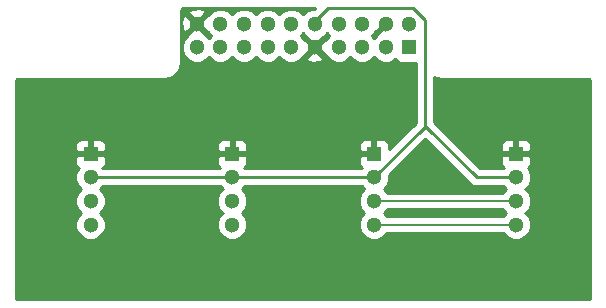
<source format=gbl>
G04 (created by PCBNEW (2013-may-18)-stable) date Sun 16 Aug 2015 06:42:24 PM CST*
%MOIN*%
G04 Gerber Fmt 3.4, Leading zero omitted, Abs format*
%FSLAX34Y34*%
G01*
G70*
G90*
G04 APERTURE LIST*
%ADD10C,0.00590551*%
%ADD11R,0.0511811X0.0511811*%
%ADD12C,0.0511811*%
%ADD13C,0.023622*%
%ADD14C,0.01*%
%ADD15C,0.006*%
G04 APERTURE END LIST*
G54D10*
G54D11*
X88976Y-61811D03*
G54D12*
X88976Y-62598D03*
X88976Y-63385D03*
X88976Y-64173D03*
G54D11*
X93700Y-61811D03*
G54D12*
X93700Y-62598D03*
X93700Y-63385D03*
X93700Y-64173D03*
G54D11*
X84251Y-61811D03*
G54D12*
X84251Y-62598D03*
X84251Y-63385D03*
X84251Y-64173D03*
G54D11*
X79527Y-61811D03*
G54D12*
X79527Y-62598D03*
X79527Y-63385D03*
X79527Y-64173D03*
G54D11*
X90157Y-58267D03*
G54D12*
X90157Y-57480D03*
X89370Y-58267D03*
X89370Y-57480D03*
X88582Y-58267D03*
X88582Y-57480D03*
X87795Y-58267D03*
X87795Y-57480D03*
X87007Y-58267D03*
X87007Y-57480D03*
X86220Y-58267D03*
X86220Y-57480D03*
X85433Y-58267D03*
X85433Y-57480D03*
X84645Y-58267D03*
X84645Y-57480D03*
X83858Y-58267D03*
X83858Y-57480D03*
X83070Y-58267D03*
X83070Y-57480D03*
G54D13*
X91732Y-64960D03*
X91732Y-62795D03*
X91732Y-63779D03*
X86811Y-65748D03*
X82283Y-65118D03*
X86181Y-61102D03*
X82440Y-61811D03*
G54D14*
X90669Y-60905D02*
X90708Y-60905D01*
X92401Y-62598D02*
X93700Y-62598D01*
X90708Y-60905D02*
X92401Y-62598D01*
X87007Y-57480D02*
X87007Y-57401D01*
X90669Y-60905D02*
X88976Y-62598D01*
X90669Y-57362D02*
X90669Y-60905D01*
X90275Y-56968D02*
X90669Y-57362D01*
X87440Y-56968D02*
X90275Y-56968D01*
X87007Y-57401D02*
X87440Y-56968D01*
X79527Y-62598D02*
X84251Y-62598D01*
X84251Y-62598D02*
X88976Y-62598D01*
G54D15*
X88976Y-64173D02*
X93700Y-64173D01*
X88976Y-63385D02*
X93700Y-63385D01*
G54D14*
X84251Y-61811D02*
X85472Y-61811D01*
X85472Y-61811D02*
X86181Y-61102D01*
X84251Y-61811D02*
X82440Y-61811D01*
G54D10*
G36*
X89446Y-57485D02*
X89375Y-57556D01*
X89370Y-57551D01*
X89086Y-57834D01*
X89087Y-57837D01*
X89083Y-57838D01*
X88976Y-57945D01*
X88904Y-57873D01*
X89011Y-57767D01*
X89013Y-57762D01*
X89016Y-57763D01*
X89299Y-57480D01*
X89293Y-57474D01*
X89364Y-57404D01*
X89370Y-57409D01*
X89375Y-57404D01*
X89446Y-57474D01*
X89440Y-57480D01*
X89446Y-57485D01*
X89446Y-57485D01*
G37*
G54D14*
X89446Y-57485D02*
X89375Y-57556D01*
X89370Y-57551D01*
X89086Y-57834D01*
X89087Y-57837D01*
X89083Y-57838D01*
X88976Y-57945D01*
X88904Y-57873D01*
X89011Y-57767D01*
X89013Y-57762D01*
X89016Y-57763D01*
X89299Y-57480D01*
X89293Y-57474D01*
X89364Y-57404D01*
X89370Y-57409D01*
X89375Y-57404D01*
X89446Y-57474D01*
X89440Y-57480D01*
X89446Y-57485D01*
G54D10*
G36*
X93379Y-62992D02*
X93272Y-63098D01*
X93269Y-63105D01*
X89408Y-63105D01*
X89405Y-63099D01*
X89298Y-62992D01*
X89405Y-62885D01*
X89482Y-62699D01*
X89482Y-62516D01*
X90688Y-61310D01*
X92189Y-62810D01*
X92189Y-62810D01*
X92286Y-62875D01*
X92401Y-62898D01*
X93285Y-62898D01*
X93379Y-62992D01*
X93379Y-62992D01*
G37*
G54D14*
X93379Y-62992D02*
X93272Y-63098D01*
X93269Y-63105D01*
X89408Y-63105D01*
X89405Y-63099D01*
X89298Y-62992D01*
X89405Y-62885D01*
X89482Y-62699D01*
X89482Y-62516D01*
X90688Y-61310D01*
X92189Y-62810D01*
X92189Y-62810D01*
X92286Y-62875D01*
X92401Y-62898D01*
X93285Y-62898D01*
X93379Y-62992D01*
G54D10*
G36*
X93379Y-63779D02*
X93272Y-63886D01*
X93269Y-63893D01*
X89408Y-63893D01*
X89405Y-63887D01*
X89298Y-63779D01*
X89405Y-63672D01*
X89407Y-63665D01*
X93269Y-63665D01*
X93271Y-63672D01*
X93379Y-63779D01*
X93379Y-63779D01*
G37*
G54D14*
X93379Y-63779D02*
X93272Y-63886D01*
X93269Y-63893D01*
X89408Y-63893D01*
X89405Y-63887D01*
X89298Y-63779D01*
X89405Y-63672D01*
X89407Y-63665D01*
X93269Y-63665D01*
X93271Y-63672D01*
X93379Y-63779D01*
G54D10*
G36*
X96187Y-66587D02*
X96178Y-66629D01*
X96170Y-66642D01*
X96156Y-66651D01*
X96115Y-66659D01*
X77113Y-66659D01*
X77071Y-66651D01*
X77058Y-66642D01*
X77049Y-66629D01*
X77041Y-66587D01*
X77041Y-59396D01*
X77049Y-59355D01*
X77058Y-59341D01*
X77071Y-59333D01*
X77113Y-59324D01*
X81968Y-59324D01*
X81994Y-59319D01*
X82020Y-59319D01*
X82141Y-59295D01*
X82238Y-59255D01*
X82239Y-59255D01*
X82239Y-59255D01*
X82340Y-59187D01*
X82340Y-59187D01*
X82415Y-59112D01*
X82483Y-59010D01*
X82524Y-58913D01*
X82524Y-58913D01*
X82524Y-58913D01*
X82547Y-58792D01*
X82547Y-58766D01*
X82553Y-58740D01*
X82553Y-57034D01*
X82561Y-56992D01*
X82570Y-56979D01*
X82582Y-56971D01*
X82625Y-56962D01*
X87022Y-56962D01*
X87010Y-56974D01*
X86907Y-56974D01*
X86721Y-57051D01*
X86614Y-57158D01*
X86507Y-57051D01*
X86321Y-56974D01*
X86120Y-56974D01*
X85934Y-57051D01*
X85826Y-57158D01*
X85720Y-57051D01*
X85534Y-56974D01*
X85332Y-56974D01*
X85146Y-57051D01*
X85039Y-57158D01*
X84932Y-57051D01*
X84746Y-56974D01*
X84545Y-56974D01*
X84359Y-57051D01*
X84251Y-57158D01*
X84145Y-57051D01*
X83959Y-56974D01*
X83758Y-56974D01*
X83572Y-57051D01*
X83429Y-57193D01*
X83427Y-57197D01*
X83424Y-57197D01*
X83354Y-57267D01*
X83354Y-57126D01*
X83332Y-57035D01*
X83142Y-56969D01*
X82941Y-56981D01*
X82809Y-57035D01*
X82787Y-57126D01*
X83070Y-57409D01*
X83354Y-57126D01*
X83354Y-57267D01*
X83141Y-57480D01*
X83424Y-57763D01*
X83427Y-57762D01*
X83429Y-57766D01*
X83536Y-57874D01*
X83464Y-57945D01*
X83357Y-57839D01*
X83353Y-57837D01*
X83354Y-57834D01*
X83070Y-57551D01*
X83000Y-57621D01*
X83000Y-57480D01*
X82716Y-57197D01*
X82626Y-57219D01*
X82559Y-57409D01*
X82571Y-57610D01*
X82626Y-57741D01*
X82716Y-57763D01*
X83000Y-57480D01*
X83000Y-57621D01*
X82787Y-57834D01*
X82788Y-57837D01*
X82784Y-57838D01*
X82642Y-57980D01*
X82565Y-58166D01*
X82564Y-58367D01*
X82641Y-58553D01*
X82783Y-58696D01*
X82969Y-58773D01*
X83171Y-58773D01*
X83357Y-58696D01*
X83464Y-58589D01*
X83571Y-58696D01*
X83757Y-58773D01*
X83958Y-58773D01*
X84144Y-58696D01*
X84252Y-58589D01*
X84358Y-58696D01*
X84544Y-58773D01*
X84745Y-58773D01*
X84931Y-58696D01*
X85039Y-58589D01*
X85146Y-58696D01*
X85331Y-58773D01*
X85533Y-58773D01*
X85719Y-58696D01*
X85826Y-58589D01*
X85933Y-58696D01*
X86119Y-58773D01*
X86320Y-58773D01*
X86506Y-58696D01*
X86649Y-58554D01*
X86650Y-58550D01*
X86653Y-58550D01*
X86937Y-58267D01*
X86653Y-57984D01*
X86651Y-57985D01*
X86649Y-57981D01*
X86542Y-57873D01*
X86614Y-57802D01*
X86720Y-57908D01*
X86725Y-57910D01*
X86724Y-57913D01*
X87007Y-58197D01*
X87291Y-57913D01*
X87290Y-57910D01*
X87294Y-57909D01*
X87401Y-57802D01*
X87473Y-57874D01*
X87366Y-57980D01*
X87364Y-57985D01*
X87361Y-57984D01*
X87078Y-58267D01*
X87361Y-58550D01*
X87364Y-58550D01*
X87366Y-58553D01*
X87508Y-58696D01*
X87694Y-58773D01*
X87895Y-58773D01*
X88081Y-58696D01*
X88189Y-58589D01*
X88295Y-58696D01*
X88481Y-58773D01*
X88682Y-58773D01*
X88868Y-58696D01*
X88976Y-58589D01*
X89083Y-58696D01*
X89269Y-58773D01*
X89470Y-58773D01*
X89656Y-58696D01*
X89689Y-58664D01*
X89689Y-58665D01*
X89759Y-58735D01*
X89851Y-58773D01*
X89951Y-58773D01*
X90369Y-58773D01*
X90369Y-60781D01*
X89482Y-61668D01*
X89482Y-61505D01*
X89444Y-61413D01*
X89374Y-61343D01*
X89282Y-61305D01*
X89182Y-61305D01*
X89088Y-61305D01*
X89026Y-61367D01*
X89026Y-61761D01*
X89034Y-61761D01*
X89034Y-61861D01*
X89026Y-61861D01*
X89026Y-61868D01*
X88926Y-61868D01*
X88926Y-61861D01*
X88926Y-61761D01*
X88926Y-61367D01*
X88863Y-61305D01*
X88769Y-61305D01*
X88670Y-61305D01*
X88578Y-61343D01*
X88508Y-61413D01*
X88470Y-61505D01*
X88470Y-61698D01*
X88532Y-61761D01*
X88926Y-61761D01*
X88926Y-61861D01*
X88532Y-61861D01*
X88470Y-61923D01*
X88470Y-62116D01*
X88508Y-62208D01*
X88578Y-62278D01*
X88579Y-62279D01*
X88560Y-62298D01*
X87291Y-62298D01*
X87291Y-58621D01*
X87007Y-58338D01*
X86724Y-58621D01*
X86746Y-58712D01*
X86936Y-58778D01*
X87137Y-58766D01*
X87269Y-58712D01*
X87291Y-58621D01*
X87291Y-62298D01*
X84667Y-62298D01*
X84648Y-62279D01*
X84649Y-62278D01*
X84719Y-62208D01*
X84757Y-62116D01*
X84757Y-61505D01*
X84719Y-61413D01*
X84649Y-61343D01*
X84557Y-61305D01*
X84458Y-61305D01*
X84364Y-61305D01*
X84301Y-61367D01*
X84301Y-61761D01*
X84695Y-61761D01*
X84757Y-61698D01*
X84757Y-61505D01*
X84757Y-62116D01*
X84757Y-61923D01*
X84695Y-61861D01*
X84301Y-61861D01*
X84301Y-61868D01*
X84201Y-61868D01*
X84201Y-61861D01*
X84201Y-61761D01*
X84201Y-61367D01*
X84139Y-61305D01*
X84045Y-61305D01*
X83946Y-61305D01*
X83854Y-61343D01*
X83783Y-61413D01*
X83746Y-61505D01*
X83746Y-61698D01*
X83808Y-61761D01*
X84201Y-61761D01*
X84201Y-61861D01*
X83808Y-61861D01*
X83746Y-61923D01*
X83746Y-62116D01*
X83783Y-62208D01*
X83854Y-62278D01*
X83855Y-62279D01*
X83836Y-62298D01*
X79942Y-62298D01*
X79923Y-62279D01*
X79925Y-62278D01*
X79995Y-62208D01*
X80033Y-62116D01*
X80033Y-61505D01*
X79995Y-61413D01*
X79925Y-61343D01*
X79833Y-61305D01*
X79733Y-61305D01*
X79640Y-61305D01*
X79577Y-61367D01*
X79577Y-61761D01*
X79970Y-61761D01*
X80033Y-61698D01*
X80033Y-61505D01*
X80033Y-62116D01*
X80033Y-61923D01*
X79970Y-61861D01*
X79577Y-61861D01*
X79577Y-61868D01*
X79477Y-61868D01*
X79477Y-61861D01*
X79477Y-61761D01*
X79477Y-61367D01*
X79415Y-61305D01*
X79321Y-61305D01*
X79221Y-61305D01*
X79129Y-61343D01*
X79059Y-61413D01*
X79021Y-61505D01*
X79021Y-61698D01*
X79084Y-61761D01*
X79477Y-61761D01*
X79477Y-61861D01*
X79084Y-61861D01*
X79021Y-61923D01*
X79021Y-62116D01*
X79059Y-62208D01*
X79129Y-62278D01*
X79131Y-62279D01*
X79098Y-62311D01*
X79021Y-62497D01*
X79021Y-62698D01*
X79098Y-62884D01*
X79205Y-62992D01*
X79098Y-63098D01*
X79021Y-63284D01*
X79021Y-63486D01*
X79098Y-63672D01*
X79205Y-63779D01*
X79098Y-63886D01*
X79021Y-64072D01*
X79021Y-64273D01*
X79098Y-64459D01*
X79240Y-64601D01*
X79426Y-64679D01*
X79627Y-64679D01*
X79813Y-64602D01*
X79956Y-64460D01*
X80033Y-64274D01*
X80033Y-64073D01*
X79956Y-63887D01*
X79849Y-63779D01*
X79956Y-63672D01*
X80033Y-63486D01*
X80033Y-63285D01*
X79956Y-63099D01*
X79849Y-62992D01*
X79943Y-62898D01*
X83836Y-62898D01*
X83930Y-62992D01*
X83823Y-63098D01*
X83746Y-63284D01*
X83745Y-63486D01*
X83822Y-63672D01*
X83930Y-63779D01*
X83823Y-63886D01*
X83746Y-64072D01*
X83745Y-64273D01*
X83822Y-64459D01*
X83965Y-64601D01*
X84150Y-64679D01*
X84352Y-64679D01*
X84538Y-64602D01*
X84680Y-64460D01*
X84757Y-64274D01*
X84757Y-64073D01*
X84681Y-63887D01*
X84573Y-63779D01*
X84680Y-63672D01*
X84757Y-63486D01*
X84757Y-63285D01*
X84681Y-63099D01*
X84573Y-62992D01*
X84667Y-62898D01*
X88561Y-62898D01*
X88654Y-62992D01*
X88547Y-63098D01*
X88470Y-63284D01*
X88470Y-63486D01*
X88547Y-63672D01*
X88654Y-63779D01*
X88547Y-63886D01*
X88470Y-64072D01*
X88470Y-64273D01*
X88547Y-64459D01*
X88689Y-64601D01*
X88875Y-64679D01*
X89076Y-64679D01*
X89262Y-64602D01*
X89405Y-64460D01*
X89407Y-64453D01*
X93269Y-64453D01*
X93271Y-64459D01*
X93413Y-64601D01*
X93599Y-64679D01*
X93800Y-64679D01*
X93986Y-64602D01*
X94129Y-64460D01*
X94206Y-64274D01*
X94206Y-64073D01*
X94129Y-63887D01*
X94022Y-63779D01*
X94129Y-63672D01*
X94206Y-63486D01*
X94206Y-63285D01*
X94129Y-63099D01*
X94022Y-62992D01*
X94129Y-62885D01*
X94206Y-62699D01*
X94206Y-62498D01*
X94129Y-62312D01*
X94097Y-62279D01*
X94098Y-62278D01*
X94168Y-62208D01*
X94206Y-62116D01*
X94206Y-61505D01*
X94168Y-61413D01*
X94098Y-61343D01*
X94006Y-61305D01*
X93907Y-61305D01*
X93813Y-61305D01*
X93750Y-61367D01*
X93750Y-61761D01*
X94144Y-61761D01*
X94206Y-61698D01*
X94206Y-61505D01*
X94206Y-62116D01*
X94206Y-61923D01*
X94144Y-61861D01*
X93750Y-61861D01*
X93750Y-61868D01*
X93650Y-61868D01*
X93650Y-61861D01*
X93650Y-61761D01*
X93650Y-61367D01*
X93588Y-61305D01*
X93494Y-61305D01*
X93394Y-61305D01*
X93303Y-61343D01*
X93232Y-61413D01*
X93194Y-61505D01*
X93194Y-61698D01*
X93257Y-61761D01*
X93650Y-61761D01*
X93650Y-61861D01*
X93257Y-61861D01*
X93194Y-61923D01*
X93194Y-62116D01*
X93232Y-62208D01*
X93303Y-62278D01*
X93304Y-62279D01*
X93285Y-62298D01*
X92525Y-62298D01*
X90969Y-60741D01*
X90969Y-59241D01*
X90989Y-59255D01*
X91086Y-59295D01*
X91086Y-59295D01*
X91086Y-59295D01*
X91207Y-59319D01*
X91233Y-59319D01*
X91259Y-59324D01*
X96115Y-59324D01*
X96156Y-59333D01*
X96170Y-59341D01*
X96178Y-59354D01*
X96187Y-59397D01*
X96187Y-66587D01*
X96187Y-66587D01*
G37*
G54D14*
X96187Y-66587D02*
X96178Y-66629D01*
X96170Y-66642D01*
X96156Y-66651D01*
X96115Y-66659D01*
X77113Y-66659D01*
X77071Y-66651D01*
X77058Y-66642D01*
X77049Y-66629D01*
X77041Y-66587D01*
X77041Y-59396D01*
X77049Y-59355D01*
X77058Y-59341D01*
X77071Y-59333D01*
X77113Y-59324D01*
X81968Y-59324D01*
X81994Y-59319D01*
X82020Y-59319D01*
X82141Y-59295D01*
X82238Y-59255D01*
X82239Y-59255D01*
X82239Y-59255D01*
X82340Y-59187D01*
X82340Y-59187D01*
X82415Y-59112D01*
X82483Y-59010D01*
X82524Y-58913D01*
X82524Y-58913D01*
X82524Y-58913D01*
X82547Y-58792D01*
X82547Y-58766D01*
X82553Y-58740D01*
X82553Y-57034D01*
X82561Y-56992D01*
X82570Y-56979D01*
X82582Y-56971D01*
X82625Y-56962D01*
X87022Y-56962D01*
X87010Y-56974D01*
X86907Y-56974D01*
X86721Y-57051D01*
X86614Y-57158D01*
X86507Y-57051D01*
X86321Y-56974D01*
X86120Y-56974D01*
X85934Y-57051D01*
X85826Y-57158D01*
X85720Y-57051D01*
X85534Y-56974D01*
X85332Y-56974D01*
X85146Y-57051D01*
X85039Y-57158D01*
X84932Y-57051D01*
X84746Y-56974D01*
X84545Y-56974D01*
X84359Y-57051D01*
X84251Y-57158D01*
X84145Y-57051D01*
X83959Y-56974D01*
X83758Y-56974D01*
X83572Y-57051D01*
X83429Y-57193D01*
X83427Y-57197D01*
X83424Y-57197D01*
X83354Y-57267D01*
X83354Y-57126D01*
X83332Y-57035D01*
X83142Y-56969D01*
X82941Y-56981D01*
X82809Y-57035D01*
X82787Y-57126D01*
X83070Y-57409D01*
X83354Y-57126D01*
X83354Y-57267D01*
X83141Y-57480D01*
X83424Y-57763D01*
X83427Y-57762D01*
X83429Y-57766D01*
X83536Y-57874D01*
X83464Y-57945D01*
X83357Y-57839D01*
X83353Y-57837D01*
X83354Y-57834D01*
X83070Y-57551D01*
X83000Y-57621D01*
X83000Y-57480D01*
X82716Y-57197D01*
X82626Y-57219D01*
X82559Y-57409D01*
X82571Y-57610D01*
X82626Y-57741D01*
X82716Y-57763D01*
X83000Y-57480D01*
X83000Y-57621D01*
X82787Y-57834D01*
X82788Y-57837D01*
X82784Y-57838D01*
X82642Y-57980D01*
X82565Y-58166D01*
X82564Y-58367D01*
X82641Y-58553D01*
X82783Y-58696D01*
X82969Y-58773D01*
X83171Y-58773D01*
X83357Y-58696D01*
X83464Y-58589D01*
X83571Y-58696D01*
X83757Y-58773D01*
X83958Y-58773D01*
X84144Y-58696D01*
X84252Y-58589D01*
X84358Y-58696D01*
X84544Y-58773D01*
X84745Y-58773D01*
X84931Y-58696D01*
X85039Y-58589D01*
X85146Y-58696D01*
X85331Y-58773D01*
X85533Y-58773D01*
X85719Y-58696D01*
X85826Y-58589D01*
X85933Y-58696D01*
X86119Y-58773D01*
X86320Y-58773D01*
X86506Y-58696D01*
X86649Y-58554D01*
X86650Y-58550D01*
X86653Y-58550D01*
X86937Y-58267D01*
X86653Y-57984D01*
X86651Y-57985D01*
X86649Y-57981D01*
X86542Y-57873D01*
X86614Y-57802D01*
X86720Y-57908D01*
X86725Y-57910D01*
X86724Y-57913D01*
X87007Y-58197D01*
X87291Y-57913D01*
X87290Y-57910D01*
X87294Y-57909D01*
X87401Y-57802D01*
X87473Y-57874D01*
X87366Y-57980D01*
X87364Y-57985D01*
X87361Y-57984D01*
X87078Y-58267D01*
X87361Y-58550D01*
X87364Y-58550D01*
X87366Y-58553D01*
X87508Y-58696D01*
X87694Y-58773D01*
X87895Y-58773D01*
X88081Y-58696D01*
X88189Y-58589D01*
X88295Y-58696D01*
X88481Y-58773D01*
X88682Y-58773D01*
X88868Y-58696D01*
X88976Y-58589D01*
X89083Y-58696D01*
X89269Y-58773D01*
X89470Y-58773D01*
X89656Y-58696D01*
X89689Y-58664D01*
X89689Y-58665D01*
X89759Y-58735D01*
X89851Y-58773D01*
X89951Y-58773D01*
X90369Y-58773D01*
X90369Y-60781D01*
X89482Y-61668D01*
X89482Y-61505D01*
X89444Y-61413D01*
X89374Y-61343D01*
X89282Y-61305D01*
X89182Y-61305D01*
X89088Y-61305D01*
X89026Y-61367D01*
X89026Y-61761D01*
X89034Y-61761D01*
X89034Y-61861D01*
X89026Y-61861D01*
X89026Y-61868D01*
X88926Y-61868D01*
X88926Y-61861D01*
X88926Y-61761D01*
X88926Y-61367D01*
X88863Y-61305D01*
X88769Y-61305D01*
X88670Y-61305D01*
X88578Y-61343D01*
X88508Y-61413D01*
X88470Y-61505D01*
X88470Y-61698D01*
X88532Y-61761D01*
X88926Y-61761D01*
X88926Y-61861D01*
X88532Y-61861D01*
X88470Y-61923D01*
X88470Y-62116D01*
X88508Y-62208D01*
X88578Y-62278D01*
X88579Y-62279D01*
X88560Y-62298D01*
X87291Y-62298D01*
X87291Y-58621D01*
X87007Y-58338D01*
X86724Y-58621D01*
X86746Y-58712D01*
X86936Y-58778D01*
X87137Y-58766D01*
X87269Y-58712D01*
X87291Y-58621D01*
X87291Y-62298D01*
X84667Y-62298D01*
X84648Y-62279D01*
X84649Y-62278D01*
X84719Y-62208D01*
X84757Y-62116D01*
X84757Y-61505D01*
X84719Y-61413D01*
X84649Y-61343D01*
X84557Y-61305D01*
X84458Y-61305D01*
X84364Y-61305D01*
X84301Y-61367D01*
X84301Y-61761D01*
X84695Y-61761D01*
X84757Y-61698D01*
X84757Y-61505D01*
X84757Y-62116D01*
X84757Y-61923D01*
X84695Y-61861D01*
X84301Y-61861D01*
X84301Y-61868D01*
X84201Y-61868D01*
X84201Y-61861D01*
X84201Y-61761D01*
X84201Y-61367D01*
X84139Y-61305D01*
X84045Y-61305D01*
X83946Y-61305D01*
X83854Y-61343D01*
X83783Y-61413D01*
X83746Y-61505D01*
X83746Y-61698D01*
X83808Y-61761D01*
X84201Y-61761D01*
X84201Y-61861D01*
X83808Y-61861D01*
X83746Y-61923D01*
X83746Y-62116D01*
X83783Y-62208D01*
X83854Y-62278D01*
X83855Y-62279D01*
X83836Y-62298D01*
X79942Y-62298D01*
X79923Y-62279D01*
X79925Y-62278D01*
X79995Y-62208D01*
X80033Y-62116D01*
X80033Y-61505D01*
X79995Y-61413D01*
X79925Y-61343D01*
X79833Y-61305D01*
X79733Y-61305D01*
X79640Y-61305D01*
X79577Y-61367D01*
X79577Y-61761D01*
X79970Y-61761D01*
X80033Y-61698D01*
X80033Y-61505D01*
X80033Y-62116D01*
X80033Y-61923D01*
X79970Y-61861D01*
X79577Y-61861D01*
X79577Y-61868D01*
X79477Y-61868D01*
X79477Y-61861D01*
X79477Y-61761D01*
X79477Y-61367D01*
X79415Y-61305D01*
X79321Y-61305D01*
X79221Y-61305D01*
X79129Y-61343D01*
X79059Y-61413D01*
X79021Y-61505D01*
X79021Y-61698D01*
X79084Y-61761D01*
X79477Y-61761D01*
X79477Y-61861D01*
X79084Y-61861D01*
X79021Y-61923D01*
X79021Y-62116D01*
X79059Y-62208D01*
X79129Y-62278D01*
X79131Y-62279D01*
X79098Y-62311D01*
X79021Y-62497D01*
X79021Y-62698D01*
X79098Y-62884D01*
X79205Y-62992D01*
X79098Y-63098D01*
X79021Y-63284D01*
X79021Y-63486D01*
X79098Y-63672D01*
X79205Y-63779D01*
X79098Y-63886D01*
X79021Y-64072D01*
X79021Y-64273D01*
X79098Y-64459D01*
X79240Y-64601D01*
X79426Y-64679D01*
X79627Y-64679D01*
X79813Y-64602D01*
X79956Y-64460D01*
X80033Y-64274D01*
X80033Y-64073D01*
X79956Y-63887D01*
X79849Y-63779D01*
X79956Y-63672D01*
X80033Y-63486D01*
X80033Y-63285D01*
X79956Y-63099D01*
X79849Y-62992D01*
X79943Y-62898D01*
X83836Y-62898D01*
X83930Y-62992D01*
X83823Y-63098D01*
X83746Y-63284D01*
X83745Y-63486D01*
X83822Y-63672D01*
X83930Y-63779D01*
X83823Y-63886D01*
X83746Y-64072D01*
X83745Y-64273D01*
X83822Y-64459D01*
X83965Y-64601D01*
X84150Y-64679D01*
X84352Y-64679D01*
X84538Y-64602D01*
X84680Y-64460D01*
X84757Y-64274D01*
X84757Y-64073D01*
X84681Y-63887D01*
X84573Y-63779D01*
X84680Y-63672D01*
X84757Y-63486D01*
X84757Y-63285D01*
X84681Y-63099D01*
X84573Y-62992D01*
X84667Y-62898D01*
X88561Y-62898D01*
X88654Y-62992D01*
X88547Y-63098D01*
X88470Y-63284D01*
X88470Y-63486D01*
X88547Y-63672D01*
X88654Y-63779D01*
X88547Y-63886D01*
X88470Y-64072D01*
X88470Y-64273D01*
X88547Y-64459D01*
X88689Y-64601D01*
X88875Y-64679D01*
X89076Y-64679D01*
X89262Y-64602D01*
X89405Y-64460D01*
X89407Y-64453D01*
X93269Y-64453D01*
X93271Y-64459D01*
X93413Y-64601D01*
X93599Y-64679D01*
X93800Y-64679D01*
X93986Y-64602D01*
X94129Y-64460D01*
X94206Y-64274D01*
X94206Y-64073D01*
X94129Y-63887D01*
X94022Y-63779D01*
X94129Y-63672D01*
X94206Y-63486D01*
X94206Y-63285D01*
X94129Y-63099D01*
X94022Y-62992D01*
X94129Y-62885D01*
X94206Y-62699D01*
X94206Y-62498D01*
X94129Y-62312D01*
X94097Y-62279D01*
X94098Y-62278D01*
X94168Y-62208D01*
X94206Y-62116D01*
X94206Y-61505D01*
X94168Y-61413D01*
X94098Y-61343D01*
X94006Y-61305D01*
X93907Y-61305D01*
X93813Y-61305D01*
X93750Y-61367D01*
X93750Y-61761D01*
X94144Y-61761D01*
X94206Y-61698D01*
X94206Y-61505D01*
X94206Y-62116D01*
X94206Y-61923D01*
X94144Y-61861D01*
X93750Y-61861D01*
X93750Y-61868D01*
X93650Y-61868D01*
X93650Y-61861D01*
X93650Y-61761D01*
X93650Y-61367D01*
X93588Y-61305D01*
X93494Y-61305D01*
X93394Y-61305D01*
X93303Y-61343D01*
X93232Y-61413D01*
X93194Y-61505D01*
X93194Y-61698D01*
X93257Y-61761D01*
X93650Y-61761D01*
X93650Y-61861D01*
X93257Y-61861D01*
X93194Y-61923D01*
X93194Y-62116D01*
X93232Y-62208D01*
X93303Y-62278D01*
X93304Y-62279D01*
X93285Y-62298D01*
X92525Y-62298D01*
X90969Y-60741D01*
X90969Y-59241D01*
X90989Y-59255D01*
X91086Y-59295D01*
X91086Y-59295D01*
X91086Y-59295D01*
X91207Y-59319D01*
X91233Y-59319D01*
X91259Y-59324D01*
X96115Y-59324D01*
X96156Y-59333D01*
X96170Y-59341D01*
X96178Y-59354D01*
X96187Y-59397D01*
X96187Y-66587D01*
M02*

</source>
